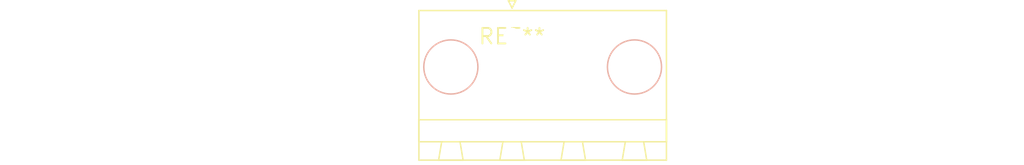
<source format=kicad_pcb>
(kicad_pcb (version 20240108) (generator pcbnew)
  (layers (0 "F.Cu" signal) (31 "B.Cu" signal) (34 "B.Paste" user) (35 "F.Paste" user) (36 "B.SilkS" user "B.Silkscreen") (37 "F.SilkS" user "F.Silkscreen") (38 "B.Mask" user) (39 "F.Mask" user) (44 "Edge.Cuts" user))
  (net 0 "")
  (footprint "PhoenixContact_MSTB_2,5_2-GF_1x02_P5.00mm_Horizontal_ThreadedFlange_MountHole" (layer "F.Cu") (at 0 0)
    (property "Reference" "REF**")
    (property "Value" "PhoenixContact_MSTB_2,5_2-GF_1x02_P5.00mm_Horizontal_ThreadedFlange_MountHole")
    (fp_circle (center -5 2.5) (end -2.79 2.5) (layer "B.SilkS") (stroke (width 0.12)) (fill none))
    (fp_circle (center 10 2.5) (end 12.21 2.5) (layer "B.SilkS") (stroke (width 0.12)) (fill none))
    (fp_line (start -7.61 -2.11) (end -7.61 10.11) (layer "F.SilkS") (stroke (width 0.12)))
    (fp_line (start -7.61 6.81) (end 12.61 6.81) (layer "F.SilkS") (stroke (width 0.12)))
    (fp_line (start -7.61 8.61) (end -7.61 6.81) (layer "F.SilkS") (stroke (width 0.12)))
    (fp_line (start -7.61 10.11) (end 12.61 10.11) (layer "F.SilkS") (stroke (width 0.12)))
    (fp_line (start -6 10.11) (end -4 10.11) (layer "F.SilkS") (stroke (width 0.12)))
    (fp_line (start -5.75 8.61) (end -6 10.11) (layer "F.SilkS") (stroke (width 0.12)))
    (fp_line (start -4.25 8.61) (end -5.75 8.61) (layer "F.SilkS") (stroke (width 0.12)))
    (fp_line (start -4 10.11) (end -4.25 8.61) (layer "F.SilkS") (stroke (width 0.12)))
    (fp_line (start -1 10.11) (end 1 10.11) (layer "F.SilkS") (stroke (width 0.12)))
    (fp_line (start -0.75 8.61) (end -1 10.11) (layer "F.SilkS") (stroke (width 0.12)))
    (fp_line (start -0.3 -2.91) (end 0.3 -2.91) (layer "F.SilkS") (stroke (width 0.12)))
    (fp_line (start 0 -2.31) (end -0.3 -2.91) (layer "F.SilkS") (stroke (width 0.12)))
    (fp_line (start 0.3 -2.91) (end 0 -2.31) (layer "F.SilkS") (stroke (width 0.12)))
    (fp_line (start 0.75 8.61) (end -0.75 8.61) (layer "F.SilkS") (stroke (width 0.12)))
    (fp_line (start 1 10.11) (end 0.75 8.61) (layer "F.SilkS") (stroke (width 0.12)))
    (fp_line (start 4 10.11) (end 6 10.11) (layer "F.SilkS") (stroke (width 0.12)))
    (fp_line (start 4.25 8.61) (end 4 10.11) (layer "F.SilkS") (stroke (width 0.12)))
    (fp_line (start 5.75 8.61) (end 4.25 8.61) (layer "F.SilkS") (stroke (width 0.12)))
    (fp_line (start 6 10.11) (end 5.75 8.61) (layer "F.SilkS") (stroke (width 0.12)))
    (fp_line (start 9 10.11) (end 11 10.11) (layer "F.SilkS") (stroke (width 0.12)))
    (fp_line (start 9.25 8.61) (end 9 10.11) (layer "F.SilkS") (stroke (width 0.12)))
    (fp_line (start 10.75 8.61) (end 9.25 8.61) (layer "F.SilkS") (stroke (width 0.12)))
    (fp_line (start 11 10.11) (end 10.75 8.61) (layer "F.SilkS") (stroke (width 0.12)))
    (fp_line (start 12.61 -2.11) (end -7.61 -2.11) (layer "F.SilkS") (stroke (width 0.12)))
    (fp_line (start 12.61 6.81) (end 12.61 8.61) (layer "F.SilkS") (stroke (width 0.12)))
    (fp_line (start 12.61 8.61) (end -7.61 8.61) (layer "F.SilkS") (stroke (width 0.12)))
    (fp_line (start 12.61 10.11) (end 12.61 -2.11) (layer "F.SilkS") (stroke (width 0.12)))
    (pad "" np_thru_hole circle (at -5 2.5) (size 2.4 2.4) (drill 2.4) (layers *.Cu *.Mask))
    (pad "" np_thru_hole circle (at 10 2.5) (size 2.4 2.4) (drill 2.4) (layers *.Cu *.Mask))
    (pad "1" thru_hole roundrect (at 0 0) (size 2 3.6) (drill 1.4) (layers *.Cu *.Mask) (remove_unused_layers) (roundrect_rratio 0.125))
    (pad "2" thru_hole oval (at 5 0) (size 2 3.6) (drill 1.4) (layers *.Cu *.Mask) (remove_unused_layers))
  )
)
</source>
